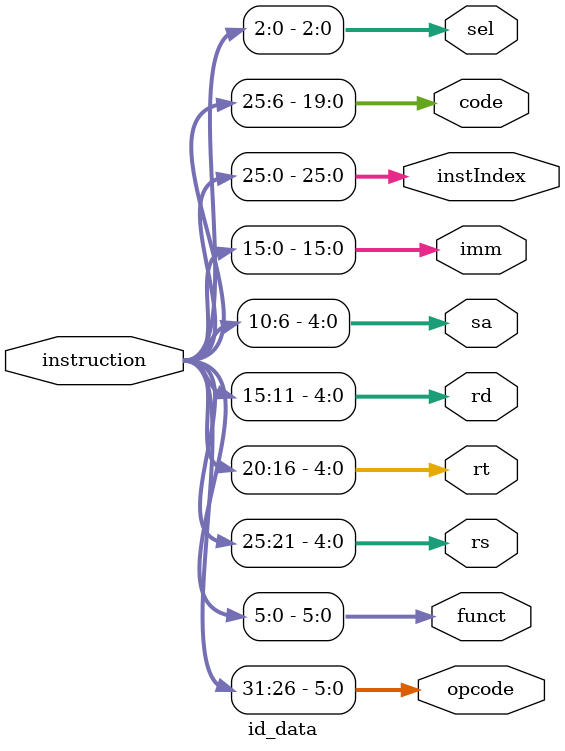
<source format=v>
`timescale 1ns / 1ps

module id_data(
    input wire [31:0] instruction,
    output wire [5:0] opcode,
    output wire [5:0] funct,
    output wire [4:0] rs,
    output wire [4:0] rt,
    output wire [4:0] rd,
    output wire [4:0] sa,  // sa and base are the same
    output wire [15:0] imm,  // imm and offset are the same
    output wire [25:0] instIndex,
    output wire [19:0] code,
    output wire [2:0] sel
);

assign opcode = instruction[31:26];
assign funct = instruction[5:0];

assign rs = instruction[25:21];
assign rt = instruction[20:16];
assign rd = instruction[15:11];
assign sa = instruction[10:6];

assign imm = instruction[15:0];
assign instIndex = instruction[25:0];

assign code = instruction[25:6];
assign sel = instruction[2:0];

endmodule

</source>
